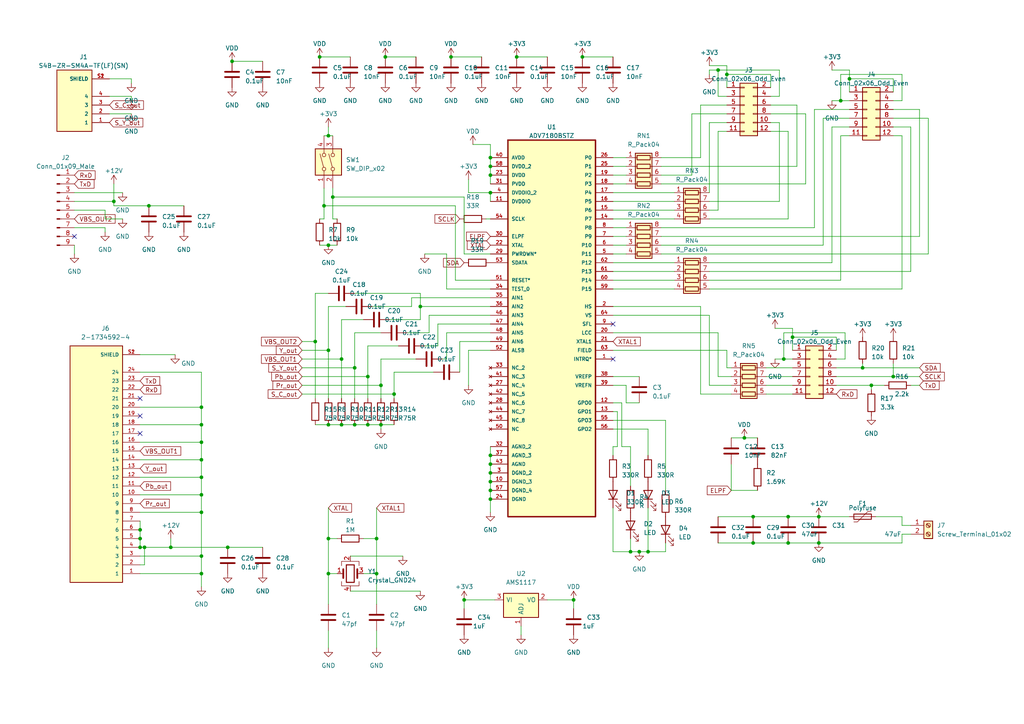
<source format=kicad_sch>
(kicad_sch (version 20210621) (generator eeschema)
  (paper "A4")
  (lib_symbols
    (symbol "2-1734592-4:2-1734592-4" (pin_names (offset 1.016))
      (property "Reference" "J" (at -7.62 34.29 0))
      (property "Value" "2-1734592-4" (at -7.62 -36.83 0))
      (symbol "2-1734592-4_0_0"
        (pin passive line (at -12.7 30.48 0) (length 5.08) (name "1") (number "1"))
        (pin passive line (at -12.7 7.62 0) (length 5.08) (name "10") (number "10"))
        (pin passive line (at -12.7 5.08 0) (length 5.08) (name "11") (number "11"))
        (pin passive line (at -12.7 2.54 0) (length 5.08) (name "12") (number "12"))
        (pin passive line (at -12.7 0 0) (length 5.08) (name "13") (number "13"))
        (pin passive line (at -12.7 -2.54 0) (length 5.08) (name "14") (number "14"))
        (pin passive line (at -12.7 -5.08 0) (length 5.08) (name "15") (number "15"))
        (pin passive line (at -12.7 -7.62 0) (length 5.08) (name "16") (number "16"))
        (pin passive line (at -12.7 -10.16 0) (length 5.08) (name "17") (number "17"))
        (pin passive line (at -12.7 -12.7 0) (length 5.08) (name "18") (number "18"))
        (pin passive line (at -12.7 -15.24 0) (length 5.08) (name "19") (number "19"))
        (pin passive line (at -12.7 27.94 0) (length 5.08) (name "2") (number "2"))
        (pin passive line (at -12.7 -17.78 0) (length 5.08) (name "20") (number "20"))
        (pin passive line (at -12.7 -20.32 0) (length 5.08) (name "21") (number "21"))
        (pin passive line (at -12.7 -22.86 0) (length 5.08) (name "22") (number "22"))
        (pin passive line (at -12.7 -25.4 0) (length 5.08) (name "23") (number "23"))
        (pin passive line (at -12.7 -27.94 0) (length 5.08) (name "24") (number "24"))
        (pin passive line (at -12.7 25.4 0) (length 5.08) (name "3") (number "3"))
        (pin passive line (at -12.7 22.86 0) (length 5.08) (name "4") (number "4"))
        (pin passive line (at -12.7 20.32 0) (length 5.08) (name "5") (number "5"))
        (pin passive line (at -12.7 17.78 0) (length 5.08) (name "6") (number "6"))
        (pin passive line (at -12.7 15.24 0) (length 5.08) (name "7") (number "7"))
        (pin passive line (at -12.7 12.7 0) (length 5.08) (name "8") (number "8"))
        (pin passive line (at -12.7 10.16 0) (length 5.08) (name "9") (number "9"))
        (pin passive line (at -12.7 -33.02 0) (length 5.08) (name "SHIELD") (number "S1"))
        (pin passive line (at -12.7 -33.02 0) (length 5.08) (name "SHIELD") (number "S2"))
      )
    )
    (symbol "ADV7180BSTZ:ADV7180BSTZ" (pin_names (offset 1.016))
      (property "Reference" "U" (at -4.9276 52.6288 0))
      (property "Value" "ADV7180BSTZ" (at -6.2738 -62.3062 0))
      (symbol "ADV7180BSTZ_0_0"
        (pin output line (at 17.78 -12.7 180) (length 5.08) (name "INTRQ*") (number "1"))
        (pin passive line (at -17.78 -48.26 0) (length 5.08) (name "DGND_3") (number "10"))
        (pin power_in line (at -17.78 33.02 0) (length 5.08) (name "DVDDIO") (number "11"))
        (pin output line (at 17.78 -25.4 180) (length 5.08) (name "GPO0") (number "12"))
        (pin output line (at 17.78 -27.94 180) (length 5.08) (name "GPO1") (number "13"))
        (pin output line (at 17.78 27.94 180) (length 5.08) (name "P7") (number "14"))
        (pin output line (at 17.78 30.48 180) (length 5.08) (name "P6") (number "15"))
        (pin output line (at 17.78 33.02 180) (length 5.08) (name "P5") (number "16"))
        (pin output line (at 17.78 35.56 180) (length 5.08) (name "P4") (number "17"))
        (pin output line (at 17.78 38.1 180) (length 5.08) (name "P3") (number "18"))
        (pin output line (at 17.78 40.64 180) (length 5.08) (name "P2") (number "19"))
        (pin output line (at 17.78 2.54 180) (length 5.08) (name "HS") (number "2"))
        (pin output line (at 17.78 -5.08 180) (length 5.08) (name "LCC") (number "20"))
        (pin output line (at 17.78 -7.62 180) (length 5.08) (name "XTAL1") (number "21"))
        (pin input line (at -17.78 20.32 0) (length 5.08) (name "XTAL") (number "22"))
        (pin power_in line (at -17.78 40.64 0) (length 5.08) (name "DVDD") (number "23"))
        (pin passive line (at -17.78 -53.34 0) (length 5.08) (name "DGND") (number "24"))
        (pin output line (at 17.78 43.18 180) (length 5.08) (name "P1") (number "25"))
        (pin output line (at 17.78 45.72 180) (length 5.08) (name "P0") (number "26"))
        (pin no_connect line (at -17.78 -20.32 0) (length 5.08) (name "NC_4") (number "27"))
        (pin no_connect line (at -17.78 -25.4 0) (length 5.08) (name "NC_6") (number "28"))
        (pin input line (at -17.78 17.78 0) (length 5.08) (name "PWRDWN*") (number "29"))
        (pin passive line (at -17.78 -45.72 0) (length 5.08) (name "DGND_2") (number "3"))
        (pin input line (at -17.78 22.86 0) (length 5.08) (name "ELPF") (number "30"))
        (pin power_in line (at -17.78 38.1 0) (length 5.08) (name "PVDD") (number "31"))
        (pin passive line (at -17.78 -38.1 0) (length 5.08) (name "AGND_2") (number "32"))
        (pin no_connect line (at -17.78 -15.24 0) (length 5.08) (name "NC_2") (number "33"))
        (pin input line (at -17.78 7.62 0) (length 5.08) (name "TEST_0") (number "34"))
        (pin input line (at -17.78 5.08 0) (length 5.08) (name "AIN1") (number "35"))
        (pin input line (at -17.78 2.54 0) (length 5.08) (name "AIN2") (number "36"))
        (pin passive line (at -17.78 -40.64 0) (length 5.08) (name "AGND_3") (number "37"))
        (pin output line (at 17.78 -17.78 180) (length 5.08) (name "VREFP") (number "38"))
        (pin output line (at 17.78 -20.32 180) (length 5.08) (name "VREFN") (number "39"))
        (pin power_in line (at -17.78 35.56 0) (length 5.08) (name "DVDDIO_2") (number "4"))
        (pin power_in line (at -17.78 45.72 0) (length 5.08) (name "AVDD") (number "40"))
        (pin no_connect line (at -17.78 -17.78 0) (length 5.08) (name "NC_3") (number "41"))
        (pin no_connect line (at -17.78 -22.86 0) (length 5.08) (name "NC_5") (number "42"))
        (pin passive line (at -17.78 -43.18 0) (length 5.08) (name "AGND") (number "43"))
        (pin no_connect line (at -17.78 -27.94 0) (length 5.08) (name "NC_7") (number "44"))
        (pin no_connect line (at -17.78 -30.48 0) (length 5.08) (name "NC_8") (number "45"))
        (pin input line (at -17.78 0 0) (length 5.08) (name "AIN3") (number "46"))
        (pin input line (at -17.78 -2.54 0) (length 5.08) (name "AIN4") (number "47"))
        (pin input line (at -17.78 -5.08 0) (length 5.08) (name "AIN5") (number "48"))
        (pin input line (at -17.78 -7.62 0) (length 5.08) (name "AIN6") (number "49"))
        (pin output line (at 17.78 17.78 180) (length 5.08) (name "P11") (number "5"))
        (pin no_connect line (at -17.78 -33.02 0) (length 5.08) (name "NC") (number "50"))
        (pin input line (at -17.78 10.16 0) (length 5.08) (name "RESET*") (number "51"))
        (pin input line (at -17.78 -10.16 0) (length 5.08) (name "ALSB") (number "52"))
        (pin bidirectional line (at -17.78 15.24 0) (length 5.08) (name "SDATA") (number "53"))
        (pin input line (at -17.78 27.94 0) (length 5.08) (name "SCLK") (number "54"))
        (pin output line (at 17.78 -30.48 180) (length 5.08) (name "GPO3") (number "55"))
        (pin output line (at 17.78 -33.02 180) (length 5.08) (name "GPO2") (number "56"))
        (pin passive line (at -17.78 -50.8 0) (length 5.08) (name "DGND_4") (number "57"))
        (pin power_in line (at -17.78 43.18 0) (length 5.08) (name "DVDD_2") (number "58"))
        (pin output line (at 17.78 7.62 180) (length 5.08) (name "P15") (number "59"))
        (pin output line (at 17.78 20.32 180) (length 5.08) (name "P10") (number "6"))
        (pin output line (at 17.78 10.16 180) (length 5.08) (name "P14") (number "60"))
        (pin output line (at 17.78 12.7 180) (length 5.08) (name "P13") (number "61"))
        (pin output line (at 17.78 15.24 180) (length 5.08) (name "P12") (number "62"))
        (pin output line (at 17.78 -10.16 180) (length 5.08) (name "FIELD") (number "63"))
        (pin output line (at 17.78 0 180) (length 5.08) (name "VS") (number "64"))
        (pin output line (at 17.78 22.86 180) (length 5.08) (name "P9") (number "7"))
        (pin output line (at 17.78 25.4 180) (length 5.08) (name "P8") (number "8"))
        (pin output line (at 17.78 -2.54 180) (length 5.08) (name "SFL") (number "9"))
      )
    )
    (symbol "Connector:Conn_01x09_Male" (pin_names (offset 1.016) hide)
      (property "Reference" "J" (at 0 12.7 0))
      (property "Value" "Conn_01x09_Male" (at 0 -12.7 0))
      (symbol "Conn_01x09_Male_1_1"
        (pin passive line (at 5.08 10.16 180) (length 3.81) (name "Pin_1") (number "1"))
        (pin passive line (at 5.08 7.62 180) (length 3.81) (name "Pin_2") (number "2"))
        (pin passive line (at 5.08 5.08 180) (length 3.81) (name "Pin_3") (number "3"))
        (pin passive line (at 5.08 2.54 180) (length 3.81) (name "Pin_4") (number "4"))
        (pin passive line (at 5.08 0 180) (length 3.81) (name "Pin_5") (number "5"))
        (pin passive line (at 5.08 -2.54 180) (length 3.81) (name "Pin_6") (number "6"))
        (pin passive line (at 5.08 -5.08 180) (length 3.81) (name "Pin_7") (number "7"))
        (pin passive line (at 5.08 -7.62 180) (length 3.81) (name "Pin_8") (number "8"))
        (pin passive line (at 5.08 -10.16 180) (length 3.81) (name "Pin_9") (number "9"))
      )
    )
    (symbol "Connector:Screw_Terminal_01x02" (pin_names (offset 1.016) hide)
      (property "Reference" "J" (at 0 2.54 0))
      (property "Value" "Screw_Terminal_01x02" (at 0 -5.08 0))
      (symbol "Screw_Terminal_01x02_1_1"
        (pin passive line (at -5.08 0 0) (length 3.81) (name "Pin_1") (number "1"))
        (pin passive line (at -5.08 -2.54 0) (length 3.81) (name "Pin_2") (number "2"))
      )
    )
    (symbol "Connector_Generic:Conn_02x06_Odd_Even" (pin_names (offset 1.016) hide)
      (property "Reference" "J" (at 1.27 7.62 0))
      (property "Value" "Conn_02x06_Odd_Even" (at 1.27 -10.16 0))
      (symbol "Conn_02x06_Odd_Even_1_1"
        (pin passive line (at -5.08 5.08 0) (length 3.81) (name "Pin_1") (number "1"))
        (pin passive line (at 7.62 -5.08 180) (length 3.81) (name "Pin_10") (number "10"))
        (pin passive line (at -5.08 -7.62 0) (length 3.81) (name "Pin_11") (number "11"))
        (pin passive line (at 7.62 -7.62 180) (length 3.81) (name "Pin_12") (number "12"))
        (pin passive line (at 7.62 5.08 180) (length 3.81) (name "Pin_2") (number "2"))
        (pin passive line (at -5.08 2.54 0) (length 3.81) (name "Pin_3") (number "3"))
        (pin passive line (at 7.62 2.54 180) (length 3.81) (name "Pin_4") (number "4"))
        (pin passive line (at -5.08 0 0) (length 3.81) (name "Pin_5") (number "5"))
        (pin passive line (at 7.62 0 180) (length 3.81) (name "Pin_6") (number "6"))
        (pin passive line (at -5.08 -2.54 0) (length 3.81) (name "Pin_7") (number "7"))
        (pin passive line (at 7.62 -2.54 180) (length 3.81) (name "Pin_8") (number "8"))
        (pin passive line (at -5.08 -5.08 0) (length 3.81) (name "Pin_9") (number "9"))
      )
    )
    (symbol "Device:C" (pin_numbers hide) (pin_names (offset 0.254))
      (property "Reference" "C" (at 0.635 2.54 0))
      (property "Value" "C" (at 0.635 -2.54 0))
      (symbol "C_1_1"
        (pin passive line (at 0 3.81 270) (length 2.794) (name "~") (number "1"))
        (pin passive line (at 0 -3.81 90) (length 2.794) (name "~") (number "2"))
      )
    )
    (symbol "Device:Crystal_GND24" (pin_names (offset 1.016) hide)
      (property "Reference" "Y" (at 3.175 5.08 0))
      (property "Value" "Crystal_GND24" (at 3.175 3.175 0))
      (symbol "Crystal_GND24_1_1"
        (pin passive line (at -3.81 0 0) (length 1.27) (name "1") (number "1"))
        (pin passive line (at 0 5.08 270) (length 1.27) (name "2") (number "2"))
        (pin passive line (at 3.81 0 180) (length 1.27) (name "3") (number "3"))
        (pin passive line (at 0 -5.08 90) (length 1.27) (name "4") (number "4"))
      )
    )
    (symbol "Device:LED" (pin_numbers hide) (pin_names (offset 1.016) hide)
      (property "Reference" "D" (at 0 2.54 0))
      (property "Value" "LED" (at 0 -2.54 0))
      (symbol "LED_1_1"
        (pin passive line (at -3.81 0 0) (length 2.54) (name "K") (number "1"))
        (pin passive line (at 3.81 0 180) (length 2.54) (name "A") (number "2"))
      )
    )
    (symbol "Device:Polyfuse" (pin_numbers hide) (pin_names (offset 0))
      (property "Reference" "F" (at -2.54 0 90))
      (property "Value" "Polyfuse" (at 2.54 0 90))
      (symbol "Polyfuse_1_1"
        (pin passive line (at 0 3.81 270) (length 1.27) (name "~") (number "1"))
        (pin passive line (at 0 -3.81 90) (length 1.27) (name "~") (number "2"))
      )
    )
    (symbol "Device:R" (pin_numbers hide) (pin_names (offset 0))
      (property "Reference" "R" (at 2.032 0 90))
      (property "Value" "R" (at 0 0 90))
      (symbol "R_1_1"
        (pin passive line (at 0 3.81 270) (length 1.27) (name "~") (number "1"))
        (pin passive line (at 0 -3.81 90) (length 1.27) (name "~") (number "2"))
      )
    )
    (symbol "Device:R_Pack04" (pin_names (offset 0) hide)
      (property "Reference" "RN" (at -7.62 0 90))
      (property "Value" "R_Pack04" (at 5.08 0 90))
      (symbol "R_Pack04_1_1"
        (pin passive line (at -5.08 -5.08 90) (length 2.54) (name "R1.1") (number "1"))
        (pin passive line (at -2.54 -5.08 90) (length 2.54) (name "R2.1") (number "2"))
        (pin passive line (at 0 -5.08 90) (length 2.54) (name "R3.1") (number "3"))
        (pin passive line (at 2.54 -5.08 90) (length 2.54) (name "R4.1") (number "4"))
        (pin passive line (at 2.54 5.08 270) (length 2.54) (name "R4.2") (number "5"))
        (pin passive line (at 0 5.08 270) (length 2.54) (name "R3.2") (number "6"))
        (pin passive line (at -2.54 5.08 270) (length 2.54) (name "R2.2") (number "7"))
        (pin passive line (at -5.08 5.08 270) (length 2.54) (name "R1.2") (number "8"))
      )
    )
    (symbol "Regulator_Linear:AMS1117" (pin_names (offset 0.762))
      (property "Reference" "U" (at -3.81 3.175 0))
      (property "Value" "AMS1117" (at 0 3.175 0))
      (symbol "AMS1117_1_1"
        (pin input line (at 0 -7.62 90) (length 2.54) (name "ADJ") (number "1"))
        (pin power_out line (at 7.62 0 180) (length 2.54) (name "VO") (number "2"))
        (pin power_in line (at -7.62 0 0) (length 2.54) (name "VI") (number "3"))
      )
    )
    (symbol "S4B-ZR-SM4A-TF_LF__SN_:S4B-ZR-SM4A-TF(LF)(SN)" (pin_names (offset 1.016))
      (property "Reference" "J" (at -5.08 10.8204 0))
      (property "Value" "S4B-ZR-SM4A-TF(LF)(SN)" (at -5.08 -10.1854 0))
      (symbol "S4B-ZR-SM4A-TF(LF)(SN)_0_0"
        (pin passive line (at -10.16 7.62 0) (length 5.08) (name "1") (number "1"))
        (pin passive line (at -10.16 5.08 0) (length 5.08) (name "2") (number "2"))
        (pin passive line (at -10.16 2.54 0) (length 5.08) (name "3") (number "3"))
        (pin passive line (at -10.16 0 0) (length 5.08) (name "4") (number "4"))
        (pin passive line (at -10.16 -5.08 0) (length 5.08) (name "SHIELD") (number "S1"))
        (pin passive line (at -10.16 -5.08 0) (length 5.08) (name "SHIELD") (number "S2"))
      )
    )
    (symbol "Switch:SW_DIP_x02" (pin_names (offset 0) hide)
      (property "Reference" "SW" (at 0 6.35 0))
      (property "Value" "SW_DIP_x02" (at 0 -3.81 0))
      (symbol "SW_DIP_x02_1_1"
        (pin passive line (at -7.62 2.54 0) (length 5.08) (name "~") (number "1"))
        (pin passive line (at -7.62 0 0) (length 5.08) (name "~") (number "2"))
        (pin passive line (at 7.62 0 180) (length 5.08) (name "~") (number "3"))
        (pin passive line (at 7.62 2.54 180) (length 5.08) (name "~") (number "4"))
      )
    )
    (symbol "power:+12V" (power) (pin_names (offset 0))
      (property "Value" "+12V" (at 0 3.556 0))
      (symbol "+12V_1_1"
        (pin power_in line (at 0 0 90) (length 0) hide (name "+12V") (number "1"))
      )
    )
    (symbol "power:+3.3V" (power) (pin_names (offset 0))
      (property "Value" "+3.3V" (at 0 3.556 0))
      (symbol "+3.3V_1_1"
        (pin power_in line (at 0 0 90) (length 0) hide (name "+3V3") (number "1"))
      )
    )
    (symbol "power:GND" (power) (pin_names (offset 0))
      (property "Value" "GND" (at 0 -3.81 0))
      (symbol "GND_1_1"
        (pin power_in line (at 0 0 270) (length 0) hide (name "GND") (number "1"))
      )
    )
    (symbol "power:VDD" (power) (pin_names (offset 0))
      (property "Value" "VDD" (at 0 3.81 0))
      (symbol "VDD_1_1"
        (pin power_in line (at 0 0 90) (length 0) hide (name "VDD") (number "1"))
      )
    )
  )
  (junction (at 33.02 58.42) (diameter 0.9144))
  (junction (at 40.64 153.67) (diameter 0.9144))
  (junction (at 40.64 156.21) (diameter 0.9144))
  (junction (at 40.64 158.75) (diameter 0.9144))
  (junction (at 41.91 158.75) (diameter 0.9144))
  (junction (at 43.18 59.69) (diameter 0.9144))
  (junction (at 49.53 158.75) (diameter 0.9144))
  (junction (at 58.42 118.11) (diameter 0.9144))
  (junction (at 58.42 123.19) (diameter 0.9144))
  (junction (at 58.42 128.27) (diameter 0.9144))
  (junction (at 58.42 133.35) (diameter 0.9144))
  (junction (at 58.42 138.43) (diameter 0.9144))
  (junction (at 58.42 143.51) (diameter 0.9144))
  (junction (at 58.42 148.59) (diameter 0.9144))
  (junction (at 58.42 161.29) (diameter 0.9144))
  (junction (at 58.42 166.37) (diameter 0.9144))
  (junction (at 66.04 158.75) (diameter 0.9144))
  (junction (at 67.31 17.78) (diameter 0.9144))
  (junction (at 91.44 99.06) (diameter 0.9144))
  (junction (at 92.71 16.51) (diameter 0.9144))
  (junction (at 93.98 59.69) (diameter 0.9144))
  (junction (at 95.25 39.37) (diameter 0.9144))
  (junction (at 95.25 71.12) (diameter 0.9144))
  (junction (at 95.25 101.6) (diameter 0.9144))
  (junction (at 95.25 123.19) (diameter 0.9144))
  (junction (at 95.25 156.21) (diameter 0.9144))
  (junction (at 95.25 166.37) (diameter 0.9144))
  (junction (at 96.52 57.15) (diameter 0.9144))
  (junction (at 99.06 104.14) (diameter 0.9144))
  (junction (at 99.06 123.19) (diameter 0.9144))
  (junction (at 102.87 106.68) (diameter 0.9144))
  (junction (at 102.87 123.19) (diameter 0.9144))
  (junction (at 106.68 109.22) (diameter 0.9144))
  (junction (at 106.68 123.19) (diameter 0.9144))
  (junction (at 109.22 156.21) (diameter 0.9144))
  (junction (at 109.22 166.37) (diameter 0.9144))
  (junction (at 110.49 111.76) (diameter 0.9144))
  (junction (at 110.49 123.19) (diameter 0.9144))
  (junction (at 111.76 16.51) (diameter 0.9144))
  (junction (at 114.3 114.3) (diameter 0.9144))
  (junction (at 121.92 88.9) (diameter 0.9144))
  (junction (at 130.81 16.51) (diameter 0.9144))
  (junction (at 134.62 173.99) (diameter 0.9144))
  (junction (at 142.24 45.72) (diameter 0.9144))
  (junction (at 142.24 48.26) (diameter 0.9144))
  (junction (at 142.24 50.8) (diameter 0.9144))
  (junction (at 142.24 55.88) (diameter 0.9144))
  (junction (at 142.24 132.08) (diameter 0.9144))
  (junction (at 142.24 134.62) (diameter 0.9144))
  (junction (at 142.24 137.16) (diameter 0.9144))
  (junction (at 142.24 139.7) (diameter 0.9144))
  (junction (at 142.24 142.24) (diameter 0.9144))
  (junction (at 142.24 144.78) (diameter 0.9144))
  (junction (at 149.86 16.51) (diameter 0.9144))
  (junction (at 166.37 173.99) (diameter 0.9144))
  (junction (at 168.91 16.51) (diameter 0.9144))
  (junction (at 182.88 160.02) (diameter 0.9144))
  (junction (at 185.42 160.02) (diameter 0.9144))
  (junction (at 187.96 160.02) (diameter 0.9144))
  (junction (at 208.28 20.32) (diameter 0.9144))
  (junction (at 210.82 21.59) (diameter 0.9144))
  (junction (at 215.9 127) (diameter 0.9144))
  (junction (at 218.44 149.86) (diameter 0.9144))
  (junction (at 218.44 157.48) (diameter 0.9144))
  (junction (at 227.33 104.14) (diameter 0.9144))
  (junction (at 228.6 149.86) (diameter 0.9144))
  (junction (at 228.6 157.48) (diameter 0.9144))
  (junction (at 229.87 97.79) (diameter 0.9144))
  (junction (at 237.49 149.86) (diameter 0.9144))
  (junction (at 237.49 157.48) (diameter 0.9144))
  (junction (at 243.84 29.21) (diameter 0.9144))
  (junction (at 246.38 22.86) (diameter 0.9144))
  (junction (at 250.19 106.68) (diameter 0.9144))
  (junction (at 252.73 111.76) (diameter 0.9144))
  (junction (at 259.08 109.22) (diameter 0.9144))
  (no_connect (at 21.59 68.58))
  (no_connect (at 40.64 115.57))
  (no_connect (at 40.64 120.65))
  (no_connect (at 40.64 125.73))
  (no_connect (at 177.8 93.98))
  (no_connect (at 177.8 104.14))
  (wire (pts (xy 21.59 55.88) (xy 35.56 55.88)))
  (wire (pts (xy 21.59 60.96) (xy 30.48 60.96)))
  (wire (pts (xy 21.59 66.04) (xy 30.48 66.04)))
  (wire (pts (xy 21.59 71.12) (xy 21.59 73.66)))
  (wire (pts (xy 30.48 60.96) (xy 30.48 63.5)))
  (wire (pts (xy 30.48 63.5) (xy 35.56 63.5)))
  (wire (pts (xy 30.48 66.04) (xy 30.48 67.31)))
  (wire (pts (xy 31.75 22.86) (xy 38.1 22.86)))
  (wire (pts (xy 31.75 27.94) (xy 38.1 27.94)))
  (wire (pts (xy 31.75 33.02) (xy 38.1 33.02)))
  (wire (pts (xy 33.02 53.34) (xy 33.02 58.42)))
  (wire (pts (xy 33.02 58.42) (xy 21.59 58.42)))
  (wire (pts (xy 33.02 59.69) (xy 33.02 58.42)))
  (wire (pts (xy 38.1 22.86) (xy 38.1 24.13)))
  (wire (pts (xy 38.1 27.94) (xy 38.1 29.21)))
  (wire (pts (xy 40.64 102.87) (xy 50.8 102.87)))
  (wire (pts (xy 40.64 107.95) (xy 58.42 107.95)))
  (wire (pts (xy 40.64 118.11) (xy 58.42 118.11)))
  (wire (pts (xy 40.64 123.19) (xy 58.42 123.19)))
  (wire (pts (xy 40.64 128.27) (xy 58.42 128.27)))
  (wire (pts (xy 40.64 133.35) (xy 58.42 133.35)))
  (wire (pts (xy 40.64 138.43) (xy 58.42 138.43)))
  (wire (pts (xy 40.64 143.51) (xy 58.42 143.51)))
  (wire (pts (xy 40.64 148.59) (xy 58.42 148.59)))
  (wire (pts (xy 40.64 151.13) (xy 40.64 153.67)))
  (wire (pts (xy 40.64 153.67) (xy 40.64 156.21)))
  (wire (pts (xy 40.64 156.21) (xy 40.64 158.75)))
  (wire (pts (xy 40.64 161.29) (xy 58.42 161.29)))
  (wire (pts (xy 40.64 163.83) (xy 41.91 163.83)))
  (wire (pts (xy 40.64 166.37) (xy 58.42 166.37)))
  (wire (pts (xy 41.91 158.75) (xy 40.64 158.75)))
  (wire (pts (xy 41.91 163.83) (xy 41.91 158.75)))
  (wire (pts (xy 43.18 59.69) (xy 33.02 59.69)))
  (wire (pts (xy 43.18 59.69) (xy 53.34 59.69)))
  (wire (pts (xy 49.53 156.21) (xy 49.53 158.75)))
  (wire (pts (xy 49.53 158.75) (xy 41.91 158.75)))
  (wire (pts (xy 49.53 158.75) (xy 66.04 158.75)))
  (wire (pts (xy 58.42 107.95) (xy 58.42 118.11)))
  (wire (pts (xy 58.42 118.11) (xy 58.42 123.19)))
  (wire (pts (xy 58.42 123.19) (xy 58.42 128.27)))
  (wire (pts (xy 58.42 128.27) (xy 58.42 133.35)))
  (wire (pts (xy 58.42 133.35) (xy 58.42 138.43)))
  (wire (pts (xy 58.42 138.43) (xy 58.42 143.51)))
  (wire (pts (xy 58.42 143.51) (xy 58.42 148.59)))
  (wire (pts (xy 58.42 148.59) (xy 58.42 161.29)))
  (wire (pts (xy 58.42 161.29) (xy 58.42 166.37)))
  (wire (pts (xy 58.42 166.37) (xy 58.42 170.18)))
  (wire (pts (xy 66.04 158.75) (xy 76.2 158.75)))
  (wire (pts (xy 67.31 17.78) (xy 76.2 17.78)))
  (wire (pts (xy 87.63 99.06) (xy 91.44 99.06)))
  (wire (pts (xy 87.63 106.68) (xy 102.87 106.68)))
  (wire (pts (xy 87.63 109.22) (xy 106.68 109.22)))
  (wire (pts (xy 87.63 111.76) (xy 110.49 111.76)))
  (wire (pts (xy 87.63 114.3) (xy 114.3 114.3)))
  (wire (pts (xy 91.44 85.09) (xy 95.25 85.09)))
  (wire (pts (xy 91.44 99.06) (xy 91.44 85.09)))
  (wire (pts (xy 91.44 99.06) (xy 91.44 115.57)))
  (wire (pts (xy 91.44 123.19) (xy 95.25 123.19)))
  (wire (pts (xy 92.71 16.51) (xy 101.6 16.51)))
  (wire (pts (xy 92.71 71.12) (xy 95.25 71.12)))
  (wire (pts (xy 93.98 39.37) (xy 95.25 39.37)))
  (wire (pts (xy 93.98 54.61) (xy 93.98 59.69)))
  (wire (pts (xy 93.98 59.69) (xy 93.98 63.5)))
  (wire (pts (xy 93.98 59.69) (xy 132.08 59.69)))
  (wire (pts (xy 93.98 63.5) (xy 92.71 63.5)))
  (wire (pts (xy 95.25 36.83) (xy 95.25 39.37)))
  (wire (pts (xy 95.25 39.37) (xy 96.52 39.37)))
  (wire (pts (xy 95.25 71.12) (xy 97.79 71.12)))
  (wire (pts (xy 95.25 88.9) (xy 100.33 88.9)))
  (wire (pts (xy 95.25 101.6) (xy 87.63 101.6)))
  (wire (pts (xy 95.25 101.6) (xy 95.25 88.9)))
  (wire (pts (xy 95.25 115.57) (xy 95.25 101.6)))
  (wire (pts (xy 95.25 123.19) (xy 99.06 123.19)))
  (wire (pts (xy 95.25 147.32) (xy 95.25 156.21)))
  (wire (pts (xy 95.25 156.21) (xy 95.25 166.37)))
  (wire (pts (xy 95.25 166.37) (xy 97.79 166.37)))
  (wire (pts (xy 95.25 175.26) (xy 95.25 166.37)))
  (wire (pts (xy 95.25 182.88) (xy 95.25 187.96)))
  (wire (pts (xy 96.52 54.61) (xy 96.52 57.15)))
  (wire (pts (xy 96.52 57.15) (xy 96.52 63.5)))
  (wire (pts (xy 96.52 57.15) (xy 134.62 57.15)))
  (wire (pts (xy 96.52 63.5) (xy 97.79 63.5)))
  (wire (pts (xy 97.79 156.21) (xy 95.25 156.21)))
  (wire (pts (xy 99.06 92.71) (xy 99.06 104.14)))
  (wire (pts (xy 99.06 104.14) (xy 87.63 104.14)))
  (wire (pts (xy 99.06 115.57) (xy 99.06 104.14)))
  (wire (pts (xy 99.06 123.19) (xy 102.87 123.19)))
  (wire (pts (xy 101.6 161.29) (xy 116.84 161.29)))
  (wire (pts (xy 101.6 171.45) (xy 121.92 171.45)))
  (wire (pts (xy 102.87 85.09) (xy 121.92 85.09)))
  (wire (pts (xy 102.87 96.52) (xy 110.49 96.52)))
  (wire (pts (xy 102.87 106.68) (xy 102.87 96.52)))
  (wire (pts (xy 102.87 115.57) (xy 102.87 106.68)))
  (wire (pts (xy 102.87 123.19) (xy 106.68 123.19)))
  (wire (pts (xy 105.41 92.71) (xy 99.06 92.71)))
  (wire (pts (xy 105.41 156.21) (xy 109.22 156.21)))
  (wire (pts (xy 105.41 166.37) (xy 109.22 166.37)))
  (wire (pts (xy 106.68 100.33) (xy 106.68 109.22)))
  (wire (pts (xy 106.68 109.22) (xy 106.68 115.57)))
  (wire (pts (xy 106.68 123.19) (xy 110.49 123.19)))
  (wire (pts (xy 109.22 147.32) (xy 109.22 156.21)))
  (wire (pts (xy 109.22 156.21) (xy 109.22 166.37)))
  (wire (pts (xy 109.22 166.37) (xy 109.22 175.26)))
  (wire (pts (xy 109.22 182.88) (xy 109.22 187.96)))
  (wire (pts (xy 110.49 104.14) (xy 110.49 111.76)))
  (wire (pts (xy 110.49 111.76) (xy 110.49 115.57)))
  (wire (pts (xy 110.49 123.19) (xy 110.49 124.46)))
  (wire (pts (xy 110.49 123.19) (xy 114.3 123.19)))
  (wire (pts (xy 111.76 16.51) (xy 120.65 16.51)))
  (wire (pts (xy 114.3 107.95) (xy 114.3 114.3)))
  (wire (pts (xy 114.3 114.3) (xy 114.3 115.57)))
  (wire (pts (xy 115.57 100.33) (xy 106.68 100.33)))
  (wire (pts (xy 119.38 86.36) (xy 119.38 88.9)))
  (wire (pts (xy 119.38 86.36) (xy 142.24 86.36)))
  (wire (pts (xy 119.38 88.9) (xy 107.95 88.9)))
  (wire (pts (xy 120.65 104.14) (xy 110.49 104.14)))
  (wire (pts (xy 121.92 85.09) (xy 121.92 88.9)))
  (wire (pts (xy 121.92 88.9) (xy 121.92 92.71)))
  (wire (pts (xy 121.92 88.9) (xy 142.24 88.9)))
  (wire (pts (xy 121.92 92.71) (xy 113.03 92.71)))
  (wire (pts (xy 124.46 91.44) (xy 124.46 96.52)))
  (wire (pts (xy 124.46 91.44) (xy 142.24 91.44)))
  (wire (pts (xy 124.46 96.52) (xy 118.11 96.52)))
  (wire (pts (xy 125.73 107.95) (xy 114.3 107.95)))
  (wire (pts (xy 127 93.98) (xy 127 100.33)))
  (wire (pts (xy 127 93.98) (xy 142.24 93.98)))
  (wire (pts (xy 127 100.33) (xy 123.19 100.33)))
  (wire (pts (xy 129.54 73.66) (xy 123.19 73.66)))
  (wire (pts (xy 129.54 83.82) (xy 129.54 73.66)))
  (wire (pts (xy 129.54 96.52) (xy 129.54 104.14)))
  (wire (pts (xy 129.54 96.52) (xy 142.24 96.52)))
  (wire (pts (xy 129.54 104.14) (xy 128.27 104.14)))
  (wire (pts (xy 130.81 16.51) (xy 139.7 16.51)))
  (wire (pts (xy 132.08 59.69) (xy 132.08 81.28)))
  (wire (pts (xy 133.35 99.06) (xy 133.35 107.95)))
  (wire (pts (xy 133.35 99.06) (xy 142.24 99.06)))
  (wire (pts (xy 134.62 73.66) (xy 134.62 57.15)))
  (wire (pts (xy 134.62 173.99) (xy 134.62 176.53)))
  (wire (pts (xy 134.62 173.99) (xy 143.51 173.99)))
  (wire (pts (xy 135.89 52.07) (xy 135.89 55.88)))
  (wire (pts (xy 135.89 101.6) (xy 142.24 101.6)))
  (wire (pts (xy 135.89 111.76) (xy 135.89 101.6)))
  (wire (pts (xy 137.16 41.91) (xy 142.24 41.91)))
  (wire (pts (xy 140.97 63.5) (xy 142.24 63.5)))
  (wire (pts (xy 142.24 41.91) (xy 142.24 45.72)))
  (wire (pts (xy 142.24 45.72) (xy 142.24 48.26)))
  (wire (pts (xy 142.24 48.26) (xy 142.24 50.8)))
  (wire (pts (xy 142.24 50.8) (xy 142.24 53.34)))
  (wire (pts (xy 142.24 55.88) (xy 135.89 55.88)))
  (wire (pts (xy 142.24 55.88) (xy 142.24 58.42)))
  (wire (pts (xy 142.24 73.66) (xy 134.62 73.66)))
  (wire (pts (xy 142.24 81.28) (xy 132.08 81.28)))
  (wire (pts (xy 142.24 83.82) (xy 129.54 83.82)))
  (wire (pts (xy 142.24 129.54) (xy 142.24 132.08)))
  (wire (pts (xy 142.24 132.08) (xy 142.24 134.62)))
  (wire (pts (xy 142.24 134.62) (xy 142.24 137.16)))
  (wire (pts (xy 142.24 137.16) (xy 142.24 139.7)))
  (wire (pts (xy 142.24 139.7) (xy 142.24 142.24)))
  (wire (pts (xy 142.24 142.24) (xy 142.24 144.78)))
  (wire (pts (xy 142.24 144.78) (xy 142.24 148.59)))
  (wire (pts (xy 149.86 16.51) (xy 158.75 16.51)))
  (wire (pts (xy 151.13 181.61) (xy 151.13 184.15)))
  (wire (pts (xy 158.75 173.99) (xy 166.37 173.99)))
  (wire (pts (xy 166.37 173.99) (xy 166.37 176.53)))
  (wire (pts (xy 168.91 16.51) (xy 177.8 16.51)))
  (wire (pts (xy 177.8 45.72) (xy 181.61 45.72)))
  (wire (pts (xy 177.8 48.26) (xy 181.61 48.26)))
  (wire (pts (xy 177.8 50.8) (xy 181.61 50.8)))
  (wire (pts (xy 177.8 53.34) (xy 181.61 53.34)))
  (wire (pts (xy 177.8 55.88) (xy 195.58 55.88)))
  (wire (pts (xy 177.8 58.42) (xy 195.58 58.42)))
  (wire (pts (xy 177.8 60.96) (xy 195.58 60.96)))
  (wire (pts (xy 177.8 63.5) (xy 195.58 63.5)))
  (wire (pts (xy 177.8 66.04) (xy 181.61 66.04)))
  (wire (pts (xy 177.8 68.58) (xy 181.61 68.58)))
  (wire (pts (xy 177.8 71.12) (xy 181.61 71.12)))
  (wire (pts (xy 177.8 73.66) (xy 181.61 73.66)))
  (wire (pts (xy 177.8 76.2) (xy 195.58 76.2)))
  (wire (pts (xy 177.8 78.74) (xy 195.58 78.74)))
  (wire (pts (xy 177.8 81.28) (xy 195.58 81.28)))
  (wire (pts (xy 177.8 83.82) (xy 195.58 83.82)))
  (wire (pts (xy 177.8 88.9) (xy 203.2 88.9)))
  (wire (pts (xy 177.8 91.44) (xy 205.74 91.44)))
  (wire (pts (xy 177.8 109.22) (xy 185.42 109.22)))
  (wire (pts (xy 177.8 111.76) (xy 181.61 111.76)))
  (wire (pts (xy 177.8 116.84) (xy 180.34 116.84)))
  (wire (pts (xy 177.8 119.38) (xy 179.07 119.38)))
  (wire (pts (xy 177.8 121.92) (xy 193.04 121.92)))
  (wire (pts (xy 177.8 124.46) (xy 187.96 124.46)))
  (wire (pts (xy 177.8 129.54) (xy 177.8 132.08)))
  (wire (pts (xy 177.8 147.32) (xy 177.8 160.02)))
  (wire (pts (xy 177.8 160.02) (xy 182.88 160.02)))
  (wire (pts (xy 179.07 119.38) (xy 179.07 129.54)))
  (wire (pts (xy 179.07 129.54) (xy 177.8 129.54)))
  (wire (pts (xy 180.34 116.84) (xy 180.34 129.54)))
  (wire (pts (xy 180.34 129.54) (xy 182.88 129.54)))
  (wire (pts (xy 181.61 116.84) (xy 181.61 111.76)))
  (wire (pts (xy 182.88 129.54) (xy 182.88 140.97)))
  (wire (pts (xy 182.88 156.21) (xy 182.88 160.02)))
  (wire (pts (xy 182.88 160.02) (xy 185.42 160.02)))
  (wire (pts (xy 185.42 116.84) (xy 181.61 116.84)))
  (wire (pts (xy 185.42 160.02) (xy 187.96 160.02)))
  (wire (pts (xy 187.96 124.46) (xy 187.96 132.08)))
  (wire (pts (xy 187.96 147.32) (xy 187.96 160.02)))
  (wire (pts (xy 187.96 160.02) (xy 193.04 160.02)))
  (wire (pts (xy 191.77 45.72) (xy 203.2 45.72)))
  (wire (pts (xy 191.77 48.26) (xy 231.14 48.26)))
  (wire (pts (xy 191.77 50.8) (xy 200.66 50.8)))
  (wire (pts (xy 191.77 53.34) (xy 233.68 53.34)))
  (wire (pts (xy 191.77 66.04) (xy 236.22 66.04)))
  (wire (pts (xy 191.77 68.58) (xy 266.7 68.58)))
  (wire (pts (xy 191.77 71.12) (xy 238.76 71.12)))
  (wire (pts (xy 191.77 73.66) (xy 269.24 73.66)))
  (wire (pts (xy 193.04 121.92) (xy 193.04 142.24)))
  (wire (pts (xy 193.04 157.48) (xy 193.04 160.02)))
  (wire (pts (xy 200.66 33.02) (xy 200.66 50.8)))
  (wire (pts (xy 203.2 30.48) (xy 203.2 45.72)))
  (wire (pts (xy 203.2 30.48) (xy 210.82 30.48)))
  (wire (pts (xy 203.2 88.9) (xy 203.2 114.3)))
  (wire (pts (xy 203.2 114.3) (xy 212.09 114.3)))
  (wire (pts (xy 205.74 19.05) (xy 210.82 19.05)))
  (wire (pts (xy 205.74 20.32) (xy 208.28 20.32)))
  (wire (pts (xy 205.74 21.59) (xy 205.74 20.32)))
  (wire (pts (xy 205.74 35.56) (xy 205.74 55.88)))
  (wire (pts (xy 205.74 35.56) (xy 210.82 35.56)))
  (wire (pts (xy 205.74 60.96) (xy 208.28 60.96)))
  (wire (pts (xy 205.74 63.5) (xy 228.6 63.5)))
  (wire (pts (xy 205.74 76.2) (xy 241.3 76.2)))
  (wire (pts (xy 205.74 78.74) (xy 264.16 78.74)))
  (wire (pts (xy 205.74 81.28) (xy 243.84 81.28)))
  (wire (pts (xy 205.74 83.82) (xy 261.62 83.82)))
  (wire (pts (xy 205.74 91.44) (xy 205.74 111.76)))
  (wire (pts (xy 205.74 111.76) (xy 212.09 111.76)))
  (wire (pts (xy 208.28 20.32) (xy 226.06 20.32)))
  (wire (pts (xy 208.28 27.94) (xy 208.28 20.32)))
  (wire (pts (xy 208.28 38.1) (xy 208.28 60.96)))
  (wire (pts (xy 208.28 96.52) (xy 177.8 96.52)))
  (wire (pts (xy 208.28 96.52) (xy 208.28 109.22)))
  (wire (pts (xy 208.28 109.22) (xy 212.09 109.22)))
  (wire (pts (xy 208.28 149.86) (xy 218.44 149.86)))
  (wire (pts (xy 208.28 157.48) (xy 218.44 157.48)))
  (wire (pts (xy 210.82 19.05) (xy 210.82 21.59)))
  (wire (pts (xy 210.82 21.59) (xy 223.52 21.59)))
  (wire (pts (xy 210.82 25.4) (xy 210.82 21.59)))
  (wire (pts (xy 210.82 27.94) (xy 208.28 27.94)))
  (wire (pts (xy 210.82 33.02) (xy 200.66 33.02)))
  (wire (pts (xy 210.82 38.1) (xy 208.28 38.1)))
  (wire (pts (xy 210.82 101.6) (xy 177.8 101.6)))
  (wire (pts (xy 210.82 101.6) (xy 210.82 106.68)))
  (wire (pts (xy 210.82 106.68) (xy 212.09 106.68)))
  (wire (pts (xy 212.09 127) (xy 215.9 127)))
  (wire (pts (xy 212.09 134.62) (xy 212.09 142.24)))
  (wire (pts (xy 215.9 127) (xy 219.71 127)))
  (wire (pts (xy 218.44 149.86) (xy 228.6 149.86)))
  (wire (pts (xy 218.44 157.48) (xy 228.6 157.48)))
  (wire (pts (xy 219.71 142.24) (xy 212.09 142.24)))
  (wire (pts (xy 222.25 106.68) (xy 229.87 106.68)))
  (wire (pts (xy 222.25 109.22) (xy 229.87 109.22)))
  (wire (pts (xy 222.25 111.76) (xy 229.87 111.76)))
  (wire (pts (xy 222.25 114.3) (xy 229.87 114.3)))
  (wire (pts (xy 223.52 21.59) (xy 223.52 25.4)))
  (wire (pts (xy 223.52 27.94) (xy 226.06 27.94)))
  (wire (pts (xy 223.52 30.48) (xy 231.14 30.48)))
  (wire (pts (xy 223.52 33.02) (xy 233.68 33.02)))
  (wire (pts (xy 223.52 35.56) (xy 226.06 35.56)))
  (wire (pts (xy 223.52 38.1) (xy 228.6 38.1)))
  (wire (pts (xy 224.79 95.25) (xy 229.87 95.25)))
  (wire (pts (xy 224.79 104.14) (xy 227.33 104.14)))
  (wire (pts (xy 226.06 20.32) (xy 226.06 27.94)))
  (wire (pts (xy 226.06 35.56) (xy 226.06 58.42)))
  (wire (pts (xy 226.06 58.42) (xy 205.74 58.42)))
  (wire (pts (xy 227.33 96.52) (xy 245.11 96.52)))
  (wire (pts (xy 227.33 104.14) (xy 227.33 96.52)))
  (wire (pts (xy 228.6 38.1) (xy 228.6 63.5)))
  (wire (pts (xy 228.6 149.86) (xy 237.49 149.86)))
  (wire (pts (xy 228.6 157.48) (xy 237.49 157.48)))
  (wire (pts (xy 229.87 95.25) (xy 229.87 97.79)))
  (wire (pts (xy 229.87 97.79) (xy 242.57 97.79)))
  (wire (pts (xy 229.87 101.6) (xy 229.87 97.79)))
  (wire (pts (xy 229.87 104.14) (xy 227.33 104.14)))
  (wire (pts (xy 231.14 30.48) (xy 231.14 48.26)))
  (wire (pts (xy 233.68 53.34) (xy 233.68 33.02)))
  (wire (pts (xy 236.22 31.75) (xy 236.22 66.04)))
  (wire (pts (xy 236.22 31.75) (xy 246.38 31.75)))
  (wire (pts (xy 237.49 149.86) (xy 246.38 149.86)))
  (wire (pts (xy 237.49 157.48) (xy 261.62 157.48)))
  (wire (pts (xy 238.76 34.29) (xy 246.38 34.29)))
  (wire (pts (xy 238.76 71.12) (xy 238.76 34.29)))
  (wire (pts (xy 241.3 20.32) (xy 246.38 20.32)))
  (wire (pts (xy 241.3 29.21) (xy 243.84 29.21)))
  (wire (pts (xy 241.3 36.83) (xy 241.3 76.2)))
  (wire (pts (xy 241.3 36.83) (xy 246.38 36.83)))
  (wire (pts (xy 242.57 97.79) (xy 242.57 101.6)))
  (wire (pts (xy 242.57 104.14) (xy 245.11 104.14)))
  (wire (pts (xy 242.57 106.68) (xy 250.19 106.68)))
  (wire (pts (xy 242.57 109.22) (xy 259.08 109.22)))
  (wire (pts (xy 242.57 111.76) (xy 252.73 111.76)))
  (wire (pts (xy 243.84 21.59) (xy 261.62 21.59)))
  (wire (pts (xy 243.84 29.21) (xy 243.84 21.59)))
  (wire (pts (xy 243.84 39.37) (xy 246.38 39.37)))
  (wire (pts (xy 243.84 81.28) (xy 243.84 39.37)))
  (wire (pts (xy 245.11 96.52) (xy 245.11 104.14)))
  (wire (pts (xy 246.38 20.32) (xy 246.38 22.86)))
  (wire (pts (xy 246.38 22.86) (xy 259.08 22.86)))
  (wire (pts (xy 246.38 26.67) (xy 246.38 22.86)))
  (wire (pts (xy 246.38 29.21) (xy 243.84 29.21)))
  (wire (pts (xy 250.19 105.41) (xy 250.19 106.68)))
  (wire (pts (xy 250.19 106.68) (xy 266.7 106.68)))
  (wire (pts (xy 252.73 111.76) (xy 252.73 113.03)))
  (wire (pts (xy 252.73 111.76) (xy 256.54 111.76)))
  (wire (pts (xy 254 149.86) (xy 261.62 149.86)))
  (wire (pts (xy 259.08 22.86) (xy 259.08 26.67)))
  (wire (pts (xy 259.08 29.21) (xy 261.62 29.21)))
  (wire (pts (xy 259.08 31.75) (xy 266.7 31.75)))
  (wire (pts (xy 259.08 34.29) (xy 269.24 34.29)))
  (wire (pts (xy 259.08 36.83) (xy 264.16 36.83)))
  (wire (pts (xy 259.08 39.37) (xy 261.62 39.37)))
  (wire (pts (xy 259.08 105.41) (xy 259.08 109.22)))
  (wire (pts (xy 259.08 109.22) (xy 266.7 109.22)))
  (wire (pts (xy 261.62 21.59) (xy 261.62 29.21)))
  (wire (pts (xy 261.62 83.82) (xy 261.62 39.37)))
  (wire (pts (xy 261.62 149.86) (xy 261.62 152.4)))
  (wire (pts (xy 261.62 152.4) (xy 264.16 152.4)))
  (wire (pts (xy 261.62 154.94) (xy 261.62 157.48)))
  (wire (pts (xy 264.16 36.83) (xy 264.16 78.74)))
  (wire (pts (xy 264.16 111.76) (xy 266.7 111.76)))
  (wire (pts (xy 264.16 154.94) (xy 261.62 154.94)))
  (wire (pts (xy 266.7 31.75) (xy 266.7 68.58)))
  (wire (pts (xy 269.24 73.66) (xy 269.24 34.29)))
  (global_label "RxD" (shape input) (at 21.59 50.8 0) (property "Intersheet References" "${INTERSHEET_REFS}" (effects hide)))
  (global_label "TxD" (shape input) (at 21.59 53.34 0) (property "Intersheet References" "${INTERSHEET_REFS}" (effects hide)))
  (global_label "VBS_OUT2" (shape input) (at 21.59 63.5 0) (property "Intersheet References" "${INTERSHEET_REFS}" (effects hide)))
  (global_label "S_C_out" (shape input) (at 31.75 30.48 0) (property "Intersheet References" "${INTERSHEET_REFS}" (effects hide)))
  (global_label "S_Y_out" (shape input) (at 31.75 35.56 0) (property "Intersheet References" "${INTERSHEET_REFS}" (effects hide)))
  (global_label "TxD" (shape input) (at 40.64 110.49 0) (property "Intersheet References" "${INTERSHEET_REFS}" (effects hide)))
  (global_label "RxD" (shape input) (at 40.64 113.03 0) (property "Intersheet References" "${INTERSHEET_REFS}" (effects hide)))
  (global_label "VBS_OUT1" (shape input) (at 40.64 130.81 0) (property "Intersheet References" "${INTERSHEET_REFS}" (effects hide)))
  (global_label "Y_out" (shape input) (at 40.64 135.89 0) (property "Intersheet References" "${INTERSHEET_REFS}" (effects hide)))
  (global_label "Pb_out" (shape input) (at 40.64 140.97 0) (property "Intersheet References" "${INTERSHEET_REFS}" (effects hide)))
  (global_label "Pr_out" (shape input) (at 40.64 146.05 0) (property "Intersheet References" "${INTERSHEET_REFS}" (effects hide)))
  (global_label "VBS_OUT2" (shape input) (at 87.63 99.06 180) (property "Intersheet References" "${INTERSHEET_REFS}" (effects hide)))
  (global_label "Y_out" (shape input) (at 87.63 101.6 180) (property "Intersheet References" "${INTERSHEET_REFS}" (effects hide)))
  (global_label "VBS_OUT1" (shape input) (at 87.63 104.14 180) (property "Intersheet References" "${INTERSHEET_REFS}" (effects hide)))
  (global_label "S_Y_out" (shape input) (at 87.63 106.68 180) (property "Intersheet References" "${INTERSHEET_REFS}" (effects hide)))
  (global_label "Pb_out" (shape input) (at 87.63 109.22 180) (property "Intersheet References" "${INTERSHEET_REFS}" (effects hide)))
  (global_label "Pr_out" (shape input) (at 87.63 111.76 180) (property "Intersheet References" "${INTERSHEET_REFS}" (effects hide)))
  (global_label "S_C_out" (shape input) (at 87.63 114.3 180) (property "Intersheet References" "${INTERSHEET_REFS}" (effects hide)))
  (global_label "XTAL" (shape input) (at 95.25 147.32 0) (property "Intersheet References" "${INTERSHEET_REFS}" (effects hide)))
  (global_label "XTAL1" (shape input) (at 109.22 147.32 0) (property "Intersheet References" "${INTERSHEET_REFS}" (effects hide)))
  (global_label "SCLK" (shape input) (at 133.35 63.5 180) (property "Intersheet References" "${INTERSHEET_REFS}" (effects hide)))
  (global_label "SDA" (shape input) (at 134.62 76.2 180) (property "Intersheet References" "${INTERSHEET_REFS}" (effects hide)))
  (global_label "ELPF" (shape input) (at 142.24 68.58 180) (property "Intersheet References" "${INTERSHEET_REFS}" (effects hide)))
  (global_label "XTAL" (shape input) (at 142.24 71.12 180) (property "Intersheet References" "${INTERSHEET_REFS}" (effects hide)))
  (global_label "XTAL1" (shape input) (at 177.8 99.06 0) (property "Intersheet References" "${INTERSHEET_REFS}" (effects hide)))
  (global_label "ELPF" (shape input) (at 212.09 142.24 180) (property "Intersheet References" "${INTERSHEET_REFS}" (effects hide)))
  (global_label "RxD" (shape input) (at 242.57 114.3 0) (property "Intersheet References" "${INTERSHEET_REFS}" (effects hide)))
  (global_label "SDA" (shape input) (at 266.7 106.68 0) (property "Intersheet References" "${INTERSHEET_REFS}" (effects hide)))
  (global_label "SCLK" (shape input) (at 266.7 109.22 0) (property "Intersheet References" "${INTERSHEET_REFS}" (effects hide)))
  (global_label "TxD" (shape input) (at 266.7 111.76 0) (property "Intersheet References" "${INTERSHEET_REFS}" (effects hide)))
  (symbol (lib_id "power:+12V") (at 33.02 53.34 0) (unit 1)
    (property "Reference" "#PWR0116" (effects hide))
    (property "Value" "+12V" (at 33.02 49.53 0))
  )
  (symbol (lib_id "power:+12V") (at 49.53 156.21 0) (unit 1)
    (property "Reference" "#PWR0118" (effects hide))
    (property "Value" "+12V" (at 49.53 152.4 0))
  )
  (symbol (lib_id "power:VDD") (at 67.31 17.78 0) (unit 1)
    (property "Reference" "#PWR0127" (effects hide))
    (property "Value" "VDD" (at 67.31 13.97 0))
  )
  (symbol (lib_id "power:VDD") (at 92.71 16.51 0) (unit 1)
    (property "Reference" "#PWR0139" (effects hide))
    (property "Value" "VDD" (at 92.71 12.7 0))
  )
  (symbol (lib_id "power:+3.3V") (at 95.25 36.83 0) (unit 1)
    (property "Reference" "#PWR0149" (effects hide))
    (property "Value" "+3.3V" (at 95.25 33.02 0))
  )
  (symbol (lib_id "power:VDD") (at 111.76 16.51 0) (unit 1)
    (property "Reference" "#PWR0137" (effects hide))
    (property "Value" "VDD" (at 111.76 12.7 0))
  )
  (symbol (lib_id "power:VDD") (at 130.81 16.51 0) (unit 1)
    (property "Reference" "#PWR0130" (effects hide))
    (property "Value" "VDD" (at 130.81 12.7 0))
  )
  (symbol (lib_id "power:+3.3V") (at 134.62 173.99 0) (unit 1)
    (property "Reference" "#PWR0157" (effects hide))
    (property "Value" "+3.3V" (at 134.62 170.18 0))
  )
  (symbol (lib_id "power:+3.3V") (at 135.89 52.07 0) (unit 1)
    (property "Reference" "#PWR0123" (effects hide))
    (property "Value" "+3.3V" (at 135.89 48.26 0))
  )
  (symbol (lib_id "power:VDD") (at 137.16 41.91 0) (unit 1)
    (property "Reference" "#PWR0134" (effects hide))
    (property "Value" "VDD" (at 137.16 38.1 0))
  )
  (symbol (lib_id "power:+3.3V") (at 149.86 16.51 0) (unit 1)
    (property "Reference" "#PWR0142" (effects hide))
    (property "Value" "+3.3V" (at 149.86 12.7 0))
  )
  (symbol (lib_id "power:VDD") (at 166.37 173.99 0) (unit 1)
    (property "Reference" "#PWR0159" (effects hide))
    (property "Value" "VDD" (at 166.37 170.18 0))
  )
  (symbol (lib_id "power:+3.3V") (at 168.91 16.51 0) (unit 1)
    (property "Reference" "#PWR0143" (effects hide))
    (property "Value" "+3.3V" (at 168.91 12.7 0))
  )
  (symbol (lib_id "power:+3.3V") (at 205.74 19.05 0) (unit 1)
    (property "Reference" "#PWR0113" (effects hide))
    (property "Value" "+3.3V" (at 205.74 15.24 0))
  )
  (symbol (lib_id "power:VDD") (at 215.9 127 0) (unit 1)
    (property "Reference" "#PWR0110" (effects hide))
    (property "Value" "VDD" (at 215.9 123.19 0))
  )
  (symbol (lib_id "power:+3.3V") (at 224.79 95.25 0) (unit 1)
    (property "Reference" "#PWR0122" (effects hide))
    (property "Value" "+3.3V" (at 224.79 91.44 0))
  )
  (symbol (lib_id "power:+12V") (at 237.49 149.86 0) (unit 1)
    (property "Reference" "#PWR0147" (effects hide))
    (property "Value" "+12V" (at 237.49 146.05 0))
  )
  (symbol (lib_id "power:+3.3V") (at 241.3 20.32 0) (unit 1)
    (property "Reference" "#PWR0121" (effects hide))
    (property "Value" "+3.3V" (at 241.3 16.51 0))
  )
  (symbol (lib_id "power:+3.3V") (at 250.19 97.79 0) (unit 1)
    (property "Reference" "#PWR0161" (effects hide))
    (property "Value" "+3.3V" (at 250.19 93.98 0))
  )
  (symbol (lib_id "power:+3.3V") (at 259.08 97.79 0) (unit 1)
    (property "Reference" "#PWR0162" (effects hide))
    (property "Value" "+3.3V" (at 259.08 93.98 0))
  )
  (symbol (lib_id "power:GND") (at 21.59 73.66 0) (unit 1)
    (property "Reference" "#PWR0103" (effects hide))
    (property "Value" "GND" (at 21.59 78.74 0))
  )
  (symbol (lib_id "power:GND") (at 30.48 67.31 0) (unit 1)
    (property "Reference" "#PWR0102" (effects hide))
    (property "Value" "GND" (at 30.48 72.39 0))
  )
  (symbol (lib_id "power:GND") (at 35.56 55.88 0) (unit 1)
    (property "Reference" "#PWR0101" (effects hide))
    (property "Value" "GND" (at 35.56 60.96 0))
  )
  (symbol (lib_id "power:GND") (at 35.56 63.5 0) (unit 1)
    (property "Reference" "#PWR0105" (effects hide))
    (property "Value" "GND" (at 35.56 68.58 0))
  )
  (symbol (lib_id "power:GND") (at 38.1 24.13 0) (unit 1)
    (property "Reference" "#PWR0141" (effects hide))
    (property "Value" "GND" (at 38.1 29.21 0))
  )
  (symbol (lib_id "power:GND") (at 38.1 29.21 0) (unit 1)
    (property "Reference" "#PWR0107" (effects hide))
    (property "Value" "GND" (at 38.1 34.29 0))
  )
  (symbol (lib_id "power:GND") (at 38.1 33.02 0) (unit 1)
    (property "Reference" "#PWR0104" (effects hide))
    (property "Value" "GND" (at 38.1 38.1 0))
  )
  (symbol (lib_id "power:GND") (at 43.18 67.31 0) (unit 1)
    (property "Reference" "#PWR0153" (effects hide))
    (property "Value" "GND" (at 43.18 72.39 0))
  )
  (symbol (lib_id "power:GND") (at 50.8 102.87 0) (unit 1)
    (property "Reference" "#PWR0160" (effects hide))
    (property "Value" "GND" (at 54.61 105.41 0))
  )
  (symbol (lib_id "power:GND") (at 53.34 67.31 0) (unit 1)
    (property "Reference" "#PWR0154" (effects hide))
    (property "Value" "GND" (at 53.34 72.39 0))
  )
  (symbol (lib_id "power:GND") (at 58.42 170.18 0) (unit 1)
    (property "Reference" "#PWR0119" (effects hide))
    (property "Value" "GND" (at 58.42 175.26 0))
  )
  (symbol (lib_id "power:GND") (at 66.04 166.37 0) (unit 1)
    (property "Reference" "#PWR0151" (effects hide))
    (property "Value" "GND" (at 66.04 171.45 0))
  )
  (symbol (lib_id "power:GND") (at 67.31 25.4 0) (unit 1)
    (property "Reference" "#PWR0125" (effects hide))
    (property "Value" "GND" (at 67.31 30.48 0))
  )
  (symbol (lib_id "power:GND") (at 76.2 25.4 0) (unit 1)
    (property "Reference" "#PWR0126" (effects hide))
    (property "Value" "GND" (at 76.2 30.48 0))
  )
  (symbol (lib_id "power:GND") (at 76.2 166.37 0) (unit 1)
    (property "Reference" "#PWR0152" (effects hide))
    (property "Value" "GND" (at 76.2 171.45 0))
  )
  (symbol (lib_id "power:GND") (at 92.71 24.13 0) (unit 1)
    (property "Reference" "#PWR0135" (effects hide))
    (property "Value" "GND" (at 92.71 29.21 0))
  )
  (symbol (lib_id "power:GND") (at 95.25 71.12 0) (unit 1)
    (property "Reference" "#PWR0148" (effects hide))
    (property "Value" "GND" (at 95.25 76.2 0))
  )
  (symbol (lib_id "power:GND") (at 95.25 187.96 0) (unit 1)
    (property "Reference" "#PWR0106" (effects hide))
    (property "Value" "GND" (at 95.25 193.04 0))
  )
  (symbol (lib_id "power:GND") (at 101.6 24.13 0) (unit 1)
    (property "Reference" "#PWR0140" (effects hide))
    (property "Value" "GND" (at 101.6 29.21 0))
  )
  (symbol (lib_id "power:GND") (at 109.22 187.96 0) (unit 1)
    (property "Reference" "#PWR0109" (effects hide))
    (property "Value" "GND" (at 109.22 193.04 0))
  )
  (symbol (lib_id "power:GND") (at 110.49 124.46 0) (unit 1)
    (property "Reference" "#PWR0150" (effects hide))
    (property "Value" "GND" (at 110.49 129.54 0))
  )
  (symbol (lib_id "power:GND") (at 111.76 24.13 0) (unit 1)
    (property "Reference" "#PWR0138" (effects hide))
    (property "Value" "GND" (at 111.76 29.21 0))
  )
  (symbol (lib_id "power:GND") (at 116.84 161.29 0) (unit 1)
    (property "Reference" "#PWR0145" (effects hide))
    (property "Value" "GND" (at 116.84 166.37 0))
  )
  (symbol (lib_id "power:GND") (at 120.65 24.13 0) (unit 1)
    (property "Reference" "#PWR0136" (effects hide))
    (property "Value" "GND" (at 120.65 29.21 0))
  )
  (symbol (lib_id "power:GND") (at 121.92 171.45 0) (unit 1)
    (property "Reference" "#PWR0144" (effects hide))
    (property "Value" "GND" (at 121.92 176.53 0))
  )
  (symbol (lib_id "power:GND") (at 123.19 73.66 0) (unit 1)
    (property "Reference" "#PWR0117" (effects hide))
    (property "Value" "GND" (at 123.19 78.74 0))
  )
  (symbol (lib_id "power:GND") (at 130.81 24.13 0) (unit 1)
    (property "Reference" "#PWR0128" (effects hide))
    (property "Value" "GND" (at 130.81 29.21 0))
  )
  (symbol (lib_id "power:GND") (at 134.62 184.15 0) (unit 1)
    (property "Reference" "#PWR0155" (effects hide))
    (property "Value" "GND" (at 134.62 189.23 0))
  )
  (symbol (lib_id "power:GND") (at 135.89 111.76 0) (unit 1)
    (property "Reference" "#PWR0120" (effects hide))
    (property "Value" "GND" (at 135.89 116.84 0))
  )
  (symbol (lib_id "power:GND") (at 139.7 24.13 0) (unit 1)
    (property "Reference" "#PWR0129" (effects hide))
    (property "Value" "GND" (at 139.7 29.21 0))
  )
  (symbol (lib_id "power:GND") (at 142.24 148.59 0) (unit 1)
    (property "Reference" "#PWR0108" (effects hide))
    (property "Value" "GND" (at 142.24 153.67 0))
  )
  (symbol (lib_id "power:GND") (at 149.86 24.13 0) (unit 1)
    (property "Reference" "#PWR0133" (effects hide))
    (property "Value" "GND" (at 149.86 29.21 0))
  )
  (symbol (lib_id "power:GND") (at 151.13 184.15 0) (unit 1)
    (property "Reference" "#PWR0156" (effects hide))
    (property "Value" "GND" (at 151.13 189.23 0))
  )
  (symbol (lib_id "power:GND") (at 158.75 24.13 0) (unit 1)
    (property "Reference" "#PWR0132" (effects hide))
    (property "Value" "GND" (at 158.75 29.21 0))
  )
  (symbol (lib_id "power:GND") (at 166.37 184.15 0) (unit 1)
    (property "Reference" "#PWR0158" (effects hide))
    (property "Value" "GND" (at 166.37 189.23 0))
  )
  (symbol (lib_id "power:GND") (at 168.91 24.13 0) (unit 1)
    (property "Reference" "#PWR0114" (effects hide))
    (property "Value" "GND" (at 168.91 29.21 0))
  )
  (symbol (lib_id "power:GND") (at 177.8 24.13 0) (unit 1)
    (property "Reference" "#PWR0131" (effects hide))
    (property "Value" "GND" (at 177.8 29.21 0))
  )
  (symbol (lib_id "power:GND") (at 185.42 160.02 0) (unit 1)
    (property "Reference" "#PWR0124" (effects hide))
    (property "Value" "GND" (at 185.42 165.1 0))
  )
  (symbol (lib_id "power:GND") (at 205.74 21.59 0) (unit 1)
    (property "Reference" "#PWR0111" (effects hide))
    (property "Value" "GND" (at 205.74 26.67 0))
  )
  (symbol (lib_id "power:GND") (at 224.79 104.14 0) (unit 1)
    (property "Reference" "#PWR0115" (effects hide))
    (property "Value" "GND" (at 224.79 109.22 0))
  )
  (symbol (lib_id "power:GND") (at 237.49 157.48 0) (unit 1)
    (property "Reference" "#PWR0146" (effects hide))
    (property "Value" "GND" (at 237.49 162.56 0))
  )
  (symbol (lib_id "power:GND") (at 241.3 29.21 0) (unit 1)
    (property "Reference" "#PWR0112" (effects hide))
    (property "Value" "GND" (at 241.3 34.29 0))
  )
  (symbol (lib_id "power:GND") (at 252.73 120.65 0) (unit 1)
    (property "Reference" "#PWR0166" (effects hide))
    (property "Value" "GND" (at 252.73 125.73 0))
  )
  (symbol (lib_id "Device:R") (at 91.44 119.38 0) (unit 1)
    (property "Reference" "R15" (at 93.98 118.7449 0) (effects (justify left)))
    (property "Value" "75R" (at 93.98 121.2849 0) (effects (justify left)))
    (property "Footprint" "Resistor_SMD:R_0805_2012Metric_Pad1.20x1.40mm_HandSolder" (effects hide))
  )
  (symbol (lib_id "Device:R") (at 92.71 67.31 0) (unit 1)
    (property "Reference" "R7" (at 95.25 66.6749 0) (effects (justify left)))
    (property "Value" "10k" (at 95.25 69.2149 0) (effects (justify left)))
    (property "Footprint" "Resistor_SMD:R_0805_2012Metric_Pad1.20x1.40mm_HandSolder" (effects hide))
  )
  (symbol (lib_id "Device:R") (at 95.25 119.38 0) (unit 1)
    (property "Reference" "R8" (at 97.79 118.7449 0) (effects (justify left)))
    (property "Value" "75R" (at 97.79 121.2849 0) (effects (justify left)))
    (property "Footprint" "Resistor_SMD:R_0805_2012Metric_Pad1.20x1.40mm_HandSolder" (effects hide))
  )
  (symbol (lib_id "Device:R") (at 97.79 67.31 0) (unit 1)
    (property "Reference" "R9" (at 100.33 66.6749 0) (effects (justify left)))
    (property "Value" "10k" (at 100.33 69.2149 0) (effects (justify left)))
    (property "Footprint" "Resistor_SMD:R_0805_2012Metric_Pad1.20x1.40mm_HandSolder" (effects hide))
  )
  (symbol (lib_id "Device:R") (at 99.06 119.38 0) (unit 1)
    (property "Reference" "R10" (at 101.6 118.7449 0) (effects (justify left)))
    (property "Value" "75R" (at 101.6 121.2849 0) (effects (justify left)))
    (property "Footprint" "Resistor_SMD:R_0805_2012Metric_Pad1.20x1.40mm_HandSolder" (effects hide))
  )
  (symbol (lib_id "Device:R") (at 101.6 156.21 90) (unit 1)
    (property "Reference" "R1" (at 101.6 151.13 90))
    (property "Value" "1M" (at 101.6 153.67 90))
    (property "Footprint" "Resistor_SMD:R_0805_2012Metric_Pad1.20x1.40mm_HandSolder" (effects hide))
  )
  (symbol (lib_id "Device:R") (at 102.87 119.38 0) (unit 1)
    (property "Reference" "R11" (at 105.41 118.7449 0) (effects (justify left)))
    (property "Value" "75R" (at 105.41 121.2849 0) (effects (justify left)))
    (property "Footprint" "Resistor_SMD:R_0805_2012Metric_Pad1.20x1.40mm_HandSolder" (effects hide))
  )
  (symbol (lib_id "Device:R") (at 106.68 119.38 0) (unit 1)
    (property "Reference" "R12" (at 109.22 118.7449 0) (effects (justify left)))
    (property "Value" "75R" (at 109.22 121.2849 0) (effects (justify left)))
    (property "Footprint" "Resistor_SMD:R_0805_2012Metric_Pad1.20x1.40mm_HandSolder" (effects hide))
  )
  (symbol (lib_id "Device:R") (at 110.49 119.38 0) (unit 1)
    (property "Reference" "R13" (at 113.03 118.7449 0) (effects (justify left)))
    (property "Value" "75R" (at 113.03 121.2849 0) (effects (justify left)))
    (property "Footprint" "Resistor_SMD:R_0805_2012Metric_Pad1.20x1.40mm_HandSolder" (effects hide))
  )
  (symbol (lib_id "Device:R") (at 114.3 119.38 0) (unit 1)
    (property "Reference" "R14" (at 116.84 118.7449 0) (effects (justify left)))
    (property "Value" "75R" (at 116.84 121.2849 0) (effects (justify left)))
    (property "Footprint" "Resistor_SMD:R_0805_2012Metric_Pad1.20x1.40mm_HandSolder" (effects hide))
  )
  (symbol (lib_id "Device:R") (at 137.16 63.5 90) (unit 1)
    (property "Reference" "R18" (at 137.16 57.15 90))
    (property "Value" "33R" (at 137.16 59.69 90))
    (property "Footprint" "Resistor_SMD:R_0603_1608Metric_Pad0.98x0.95mm_HandSolder" (effects hide))
  )
  (symbol (lib_id "Device:R") (at 138.43 76.2 90) (unit 1)
    (property "Reference" "R19" (at 138.43 69.85 90))
    (property "Value" "33R" (at 138.43 72.39 90))
    (property "Footprint" "Resistor_SMD:R_0603_1608Metric_Pad0.98x0.95mm_HandSolder" (effects hide))
  )
  (symbol (lib_id "Device:R") (at 177.8 135.89 0) (unit 1)
    (property "Reference" "R3" (at 180.34 135.2549 0) (effects (justify left)))
    (property "Value" "330R" (at 180.34 137.7949 0) (effects (justify left)))
    (property "Footprint" "Resistor_SMD:R_0805_2012Metric_Pad1.20x1.40mm_HandSolder" (effects hide))
  )
  (symbol (lib_id "Device:R") (at 182.88 144.78 0) (unit 1)
    (property "Reference" "R4" (at 185.42 144.1449 0) (effects (justify left)))
    (property "Value" "R" (at 185.42 146.6849 0) (effects (justify left)))
    (property "Footprint" "Resistor_SMD:R_0805_2012Metric_Pad1.20x1.40mm_HandSolder" (effects hide))
  )
  (symbol (lib_id "Device:R") (at 187.96 135.89 180) (unit 1)
    (property "Reference" "R5" (at 190.5 135.2549 0) (effects (justify right)))
    (property "Value" "330R" (at 190.5 137.7949 0) (effects (justify right)))
    (property "Footprint" "Resistor_SMD:R_0805_2012Metric_Pad1.20x1.40mm_HandSolder" (effects hide))
  )
  (symbol (lib_id "Device:R") (at 193.04 146.05 180) (unit 1)
    (property "Reference" "R6" (at 195.58 145.4149 0) (effects (justify right)))
    (property "Value" "330R" (at 195.58 147.9549 0) (effects (justify right)))
    (property "Footprint" "Resistor_SMD:R_0805_2012Metric_Pad1.20x1.40mm_HandSolder" (effects hide))
  )
  (symbol (lib_id "Device:R") (at 219.71 138.43 180) (unit 1)
    (property "Reference" "R2" (at 222.25 137.1599 0) (effects (justify right)))
    (property "Value" "1.69K" (at 222.25 139.6999 0) (effects (justify right)))
    (property "Footprint" "Resistor_SMD:R_0805_2012Metric_Pad1.20x1.40mm_HandSolder" (effects hide))
  )
  (symbol (lib_id "Device:R") (at 250.19 101.6 0) (unit 1)
    (property "Reference" "R20" (at 252.73 100.9649 0) (effects (justify left)))
    (property "Value" "10k" (at 252.73 103.5049 0) (effects (justify left)))
    (property "Footprint" "Resistor_SMD:R_0805_2012Metric_Pad1.20x1.40mm_HandSolder" (effects hide))
  )
  (symbol (lib_id "Device:R") (at 252.73 116.84 180) (unit 1)
    (property "Reference" "R17" (at 255.27 115.5699 0) (effects (justify right)))
    (property "Value" "3.3k" (at 255.27 118.1099 0) (effects (justify right)))
    (property "Footprint" "Resistor_SMD:R_0805_2012Metric_Pad1.20x1.40mm_HandSolder" (effects hide))
  )
  (symbol (lib_id "Device:R") (at 259.08 101.6 0) (unit 1)
    (property "Reference" "R21" (at 261.62 100.9649 0) (effects (justify left)))
    (property "Value" "10k" (at 261.62 103.5049 0) (effects (justify left)))
    (property "Footprint" "Resistor_SMD:R_0805_2012Metric_Pad1.20x1.40mm_HandSolder" (effects hide))
  )
  (symbol (lib_id "Device:R") (at 260.35 111.76 270) (unit 1)
    (property "Reference" "R16" (at 261.62 109.22 90))
    (property "Value" "2.2k" (at 261.62 114.3 90))
    (property "Footprint" "Resistor_SMD:R_0805_2012Metric_Pad1.20x1.40mm_HandSolder" (effects hide))
  )
  (symbol (lib_id "Device:Polyfuse") (at 250.19 149.86 90) (unit 1)
    (property "Reference" "F1" (at 250.19 146.05 90))
    (property "Value" "Polyfuse" (at 250.19 147.32 90))
    (property "Footprint" "Fuse:Fuse_1812_4532Metric_Pad1.30x3.40mm_HandSolder" (effects hide))
  )
  (symbol (lib_id "Device:LED") (at 177.8 143.51 90) (unit 1)
    (property "Reference" "D1" (at 181.61 143.0654 90) (effects (justify right)))
    (property "Value" "330R" (at 181.61 145.6054 90) (effects (justify right)))
    (property "Footprint" "LED_SMD:LED_0805_2012Metric_Pad1.15x1.40mm_HandSolder" (effects hide))
  )
  (symbol (lib_id "Device:LED") (at 182.88 152.4 90) (unit 1)
    (property "Reference" "D2" (at 186.69 151.9554 90) (effects (justify right)))
    (property "Value" "LED" (at 186.69 154.4954 90) (effects (justify right)))
    (property "Footprint" "LED_SMD:LED_0805_2012Metric_Pad1.15x1.40mm_HandSolder" (effects hide))
  )
  (symbol (lib_id "Device:LED") (at 187.96 143.51 90) (unit 1)
    (property "Reference" "D3" (at 191.77 143.0654 90) (effects (justify right)))
    (property "Value" "LED" (at 191.77 145.6054 90) (effects (justify right)))
    (property "Footprint" "LED_SMD:LED_0805_2012Metric_Pad1.15x1.40mm_HandSolder" (effects hide))
  )
  (symbol (lib_id "Device:LED") (at 193.04 153.67 90) (unit 1)
    (property "Reference" "D4" (at 196.85 153.2254 90) (effects (justify right)))
    (property "Value" "LED" (at 196.85 155.7654 90) (effects (justify right)))
    (property "Footprint" "LED_SMD:LED_0805_2012Metric_Pad1.15x1.40mm_HandSolder" (effects hide))
  )
  (symbol (lib_id "Connector:Screw_Terminal_01x02") (at 269.24 152.4 0) (unit 1)
    (property "Reference" "J7" (at 271.78 152.3999 0) (effects (justify left)))
    (property "Value" "Screw_Terminal_01x02" (at 271.78 154.9399 0) (effects (justify left)))
    (property "Footprint" "TerminalBlock_Phoenix:TerminalBlock_Phoenix_PT-1,5-2-3.5-H_1x02_P3.50mm_Horizontal" (effects hide))
  )
  (symbol (lib_id "Device:C") (at 43.18 63.5 0) (unit 1)
    (property "Reference" "C25" (at 46.99 62.8649 0) (effects (justify left)))
    (property "Value" "0.1uF" (at 46.99 65.4049 0) (effects (justify left)))
    (property "Footprint" "Capacitor_SMD:C_0603_1608Metric_Pad1.08x0.95mm_HandSolder" (effects hide))
  )
  (symbol (lib_id "Device:C") (at 53.34 63.5 0) (unit 1)
    (property "Reference" "C27" (at 57.15 62.8649 0) (effects (justify left)))
    (property "Value" "0.1uF" (at 57.15 65.4049 0) (effects (justify left)))
    (property "Footprint" "Capacitor_SMD:C_0603_1608Metric_Pad1.08x0.95mm_HandSolder" (effects hide))
  )
  (symbol (lib_id "Device:C") (at 66.04 162.56 0) (unit 1)
    (property "Reference" "C26" (at 69.85 161.9249 0) (effects (justify left)))
    (property "Value" "0.1uF" (at 69.85 164.4649 0) (effects (justify left)))
    (property "Footprint" "Capacitor_SMD:C_0603_1608Metric_Pad1.08x0.95mm_HandSolder" (effects hide))
  )
  (symbol (lib_id "Device:C") (at 67.31 21.59 0) (unit 1)
    (property "Reference" "C4" (at 71.12 20.9549 0) (effects (justify left)))
    (property "Value" "0.1uF" (at 71.12 23.4949 0) (effects (justify left)))
    (property "Footprint" "Capacitor_SMD:C_0603_1608Metric_Pad1.08x0.95mm_HandSolder" (effects hide))
  )
  (symbol (lib_id "Device:C") (at 76.2 21.59 0) (unit 1)
    (property "Reference" "C7" (at 80.01 20.9549 0) (effects (justify left)))
    (property "Value" "10nF" (at 80.01 23.4949 0) (effects (justify left)))
    (property "Footprint" "Capacitor_SMD:C_0603_1608Metric_Pad1.08x0.95mm_HandSolder" (effects hide))
  )
  (symbol (lib_id "Device:C") (at 76.2 162.56 0) (unit 1)
    (property "Reference" "C28" (at 80.01 161.9249 0) (effects (justify left)))
    (property "Value" "0.1uF" (at 80.01 164.4649 0) (effects (justify left)))
    (property "Footprint" "Capacitor_SMD:C_0603_1608Metric_Pad1.08x0.95mm_HandSolder" (effects hide))
  )
  (symbol (lib_id "Device:C") (at 92.71 20.32 0) (unit 1)
    (property "Reference" "C5" (at 96.52 19.6849 0) (effects (justify left)))
    (property "Value" "0.1uF" (at 96.52 22.2249 0) (effects (justify left)))
    (property "Footprint" "Capacitor_SMD:C_0603_1608Metric_Pad1.08x0.95mm_HandSolder" (effects hide))
  )
  (symbol (lib_id "Device:C") (at 95.25 179.07 0) (unit 1)
    (property "Reference" "C1" (at 99.06 178.4349 0) (effects (justify left)))
    (property "Value" "47pf" (at 99.06 180.9749 0) (effects (justify left)))
    (property "Footprint" "Capacitor_SMD:C_0603_1608Metric_Pad1.08x0.95mm_HandSolder" (effects hide))
  )
  (symbol (lib_id "Device:C") (at 99.06 85.09 90) (unit 1)
    (property "Reference" "C24" (at 99.06 78.74 90))
    (property "Value" "0.1uF" (at 99.06 81.28 90))
    (property "Footprint" "Capacitor_SMD:C_0603_1608Metric_Pad1.08x0.95mm_HandSolder" (effects hide))
  )
  (symbol (lib_id "Device:C") (at 101.6 20.32 0) (unit 1)
    (property "Reference" "C8" (at 105.41 19.6849 0) (effects (justify left)))
    (property "Value" "10nF" (at 105.41 22.2249 0) (effects (justify left)))
    (property "Footprint" "Capacitor_SMD:C_0603_1608Metric_Pad1.08x0.95mm_HandSolder" (effects hide))
  )
  (symbol (lib_id "Device:C") (at 104.14 88.9 90) (unit 1)
    (property "Reference" "C18" (at 104.14 82.55 90))
    (property "Value" "0.1uF" (at 104.14 85.09 90))
    (property "Footprint" "Capacitor_SMD:C_0603_1608Metric_Pad1.08x0.95mm_HandSolder" (effects hide))
  )
  (symbol (lib_id "Device:C") (at 109.22 92.71 90) (unit 1)
    (property "Reference" "C19" (at 109.22 86.36 90))
    (property "Value" "0.1uF" (at 109.22 88.9 90))
    (property "Footprint" "Capacitor_SMD:C_0603_1608Metric_Pad1.08x0.95mm_HandSolder" (effects hide))
  )
  (symbol (lib_id "Device:C") (at 109.22 179.07 0) (unit 1)
    (property "Reference" "C2" (at 113.03 178.4349 0) (effects (justify left)))
    (property "Value" "47pf" (at 113.03 180.9749 0) (effects (justify left)))
    (property "Footprint" "Capacitor_SMD:C_0603_1608Metric_Pad1.08x0.95mm_HandSolder" (effects hide))
  )
  (symbol (lib_id "Device:C") (at 111.76 20.32 0) (unit 1)
    (property "Reference" "C6" (at 115.57 19.6849 0) (effects (justify left)))
    (property "Value" "0.1uF" (at 115.57 22.2249 0) (effects (justify left)))
    (property "Footprint" "Capacitor_SMD:C_0603_1608Metric_Pad1.08x0.95mm_HandSolder" (effects hide))
  )
  (symbol (lib_id "Device:C") (at 114.3 96.52 90) (unit 1)
    (property "Reference" "C20" (at 114.3 90.17 90))
    (property "Value" "0.1uF" (at 114.3 92.71 90))
    (property "Footprint" "Capacitor_SMD:C_0603_1608Metric_Pad1.08x0.95mm_HandSolder" (effects hide))
  )
  (symbol (lib_id "Device:C") (at 119.38 100.33 90) (unit 1)
    (property "Reference" "C21" (at 119.38 93.98 90))
    (property "Value" "0.1uF" (at 119.38 96.52 90))
    (property "Footprint" "Capacitor_SMD:C_0603_1608Metric_Pad1.08x0.95mm_HandSolder" (effects hide))
  )
  (symbol (lib_id "Device:C") (at 120.65 20.32 0) (unit 1)
    (property "Reference" "C9" (at 124.46 19.6849 0) (effects (justify left)))
    (property "Value" "10nF" (at 124.46 22.2249 0) (effects (justify left)))
    (property "Footprint" "Capacitor_SMD:C_0603_1608Metric_Pad1.08x0.95mm_HandSolder" (effects hide))
  )
  (symbol (lib_id "Device:C") (at 124.46 104.14 90) (unit 1)
    (property "Reference" "C22" (at 124.46 97.79 90))
    (property "Value" "0.1uF" (at 124.46 100.33 90))
    (property "Footprint" "Capacitor_SMD:C_0603_1608Metric_Pad1.08x0.95mm_HandSolder" (effects hide))
  )
  (symbol (lib_id "Device:C") (at 129.54 107.95 90) (unit 1)
    (property "Reference" "C23" (at 129.54 101.6 90))
    (property "Value" "0.1uF" (at 129.54 104.14 90))
    (property "Footprint" "Capacitor_SMD:C_0603_1608Metric_Pad1.08x0.95mm_HandSolder" (effects hide))
  )
  (symbol (lib_id "Device:C") (at 130.81 20.32 0) (unit 1)
    (property "Reference" "C10" (at 134.62 19.6849 0) (effects (justify left)))
    (property "Value" "0.1uF" (at 134.62 22.2249 0) (effects (justify left)))
    (property "Footprint" "Capacitor_SMD:C_0603_1608Metric_Pad1.08x0.95mm_HandSolder" (effects hide))
  )
  (symbol (lib_id "Device:C") (at 134.62 180.34 0) (unit 1)
    (property "Reference" "C34" (at 138.43 179.0699 0) (effects (justify left)))
    (property "Value" "1uF" (at 137.16 181.6099 0) (effects (justify left)))
    (property "Footprint" "Capacitor_SMD:C_0805_2012Metric_Pad1.18x1.45mm_HandSolder" (effects hide))
  )
  (symbol (lib_id "Device:C") (at 139.7 20.32 0) (unit 1)
    (property "Reference" "C11" (at 143.51 19.6849 0) (effects (justify left)))
    (property "Value" "10nF" (at 143.51 22.2249 0) (effects (justify left)))
    (property "Footprint" "Capacitor_SMD:C_0603_1608Metric_Pad1.08x0.95mm_HandSolder" (effects hide))
  )
  (symbol (lib_id "Device:C") (at 149.86 20.32 0) (unit 1)
    (property "Reference" "C14" (at 153.67 19.6849 0) (effects (justify left)))
    (property "Value" "0.1uF" (at 153.67 22.2249 0) (effects (justify left)))
    (property "Footprint" "Capacitor_SMD:C_0603_1608Metric_Pad1.08x0.95mm_HandSolder" (effects hide))
  )
  (symbol (lib_id "Device:C") (at 158.75 20.32 0) (unit 1)
    (property "Reference" "C15" (at 162.56 19.6849 0) (effects (justify left)))
    (property "Value" "10nF" (at 162.56 22.2249 0) (effects (justify left)))
    (property "Footprint" "Capacitor_SMD:C_0603_1608Metric_Pad1.08x0.95mm_HandSolder" (effects hide))
  )
  (symbol (lib_id "Device:C") (at 166.37 180.34 0) (unit 1)
    (property "Reference" "C33" (at 170.18 179.0699 0) (effects (justify left)))
    (property "Value" "1uF" (at 168.91 181.6099 0) (effects (justify left)))
    (property "Footprint" "Capacitor_SMD:C_0805_2012Metric_Pad1.18x1.45mm_HandSolder" (effects hide))
  )
  (symbol (lib_id "Device:C") (at 168.91 20.32 0) (unit 1)
    (property "Reference" "C16" (at 172.72 19.6849 0) (effects (justify left)))
    (property "Value" "0.1uF" (at 172.72 22.2249 0) (effects (justify left)))
    (property "Footprint" "Capacitor_SMD:C_0603_1608Metric_Pad1.08x0.95mm_HandSolder" (effects hide))
  )
  (symbol (lib_id "Device:C") (at 177.8 20.32 0) (unit 1)
    (property "Reference" "C17" (at 181.61 19.6849 0) (effects (justify left)))
    (property "Value" "10nF" (at 181.61 22.2249 0) (effects (justify left)))
    (property "Footprint" "Capacitor_SMD:C_0603_1608Metric_Pad1.08x0.95mm_HandSolder" (effects hide))
  )
  (symbol (lib_id "Device:C") (at 185.42 113.03 0) (unit 1)
    (property "Reference" "C3" (at 189.23 112.3949 0) (effects (justify left)))
    (property "Value" "0.1uF" (at 189.23 114.9349 0) (effects (justify left)))
    (property "Footprint" "Capacitor_SMD:C_0603_1608Metric_Pad1.08x0.95mm_HandSolder" (effects hide))
  )
  (symbol (lib_id "Device:C") (at 208.28 153.67 0) (unit 1)
    (property "Reference" "C32" (at 212.09 153.0349 0) (effects (justify left)))
    (property "Value" "0.1uF" (at 212.09 155.5749 0) (effects (justify left)))
    (property "Footprint" "Capacitor_SMD:C_0603_1608Metric_Pad1.08x0.95mm_HandSolder" (effects hide))
  )
  (symbol (lib_id "Device:C") (at 212.09 130.81 180) (unit 1)
    (property "Reference" "C12" (at 215.9 129.5399 0) (effects (justify right)))
    (property "Value" "10nF" (at 215.9 132.0799 0) (effects (justify right)))
    (property "Footprint" "Capacitor_SMD:C_0603_1608Metric_Pad1.08x0.95mm_HandSolder" (effects hide))
  )
  (symbol (lib_id "Device:C") (at 218.44 153.67 0) (unit 1)
    (property "Reference" "C29" (at 222.25 153.0349 0) (effects (justify left)))
    (property "Value" "0.1uF" (at 222.25 155.5749 0) (effects (justify left)))
    (property "Footprint" "Capacitor_SMD:C_0603_1608Metric_Pad1.08x0.95mm_HandSolder" (effects hide))
  )
  (symbol (lib_id "Device:C") (at 219.71 130.81 180) (unit 1)
    (property "Reference" "C13" (at 223.52 129.5399 0) (effects (justify right)))
    (property "Value" "82nF" (at 223.52 132.0799 0) (effects (justify right)))
    (property "Footprint" "Capacitor_SMD:C_0603_1608Metric_Pad1.08x0.95mm_HandSolder" (effects hide))
  )
  (symbol (lib_id "Device:C") (at 228.6 153.67 0) (unit 1)
    (property "Reference" "C30" (at 232.41 152.3999 0) (effects (justify left)))
    (property "Value" "47uF" (at 232.41 154.9399 0) (effects (justify left)))
    (property "Footprint" "Capacitor_SMD:C_Elec_5x5.4" (effects hide))
  )
  (symbol (lib_id "Device:C") (at 237.49 153.67 0) (unit 1)
    (property "Reference" "C31" (at 241.3 152.3999 0) (effects (justify left)))
    (property "Value" "47uF" (at 256.54 154.9399 0) (effects (justify left)))
    (property "Footprint" "Capacitor_SMD:C_Elec_5x5.4" (effects hide))
  )
  (symbol (lib_id "Device:Crystal_GND24") (at 101.6 166.37 0) (unit 1)
    (property "Reference" "Y1" (at 106.68 165.7349 0) (effects (justify left)))
    (property "Value" "Crystal_GND24" (at 106.68 168.2749 0) (effects (justify left)))
    (property "Footprint" "Crystal:Crystal_SMD_Abracon_ABM8G-4Pin_3.2x2.5mm" (effects hide))
  )
  (symbol (lib_id "Device:R_Pack04") (at 186.69 50.8 270) (unit 1)
    (property "Reference" "RN1" (at 186.69 39.37 90))
    (property "Value" "R_Pack04" (at 186.69 41.91 90))
    (property "Footprint" "Resistor_SMD:R_Array_Convex_4x0603" (effects hide))
  )
  (symbol (lib_id "Device:R_Pack04") (at 186.69 71.12 270) (unit 1)
    (property "Reference" "RN2" (at 186.69 59.69 90))
    (property "Value" "R_Pack04" (at 186.69 62.23 90))
    (property "Footprint" "Resistor_SMD:R_Array_Convex_4x0603" (effects hide))
  )
  (symbol (lib_id "Device:R_Pack04") (at 200.66 60.96 270) (unit 1)
    (property "Reference" "RN3" (at 200.66 49.53 90))
    (property "Value" "R_Pack04" (at 200.66 52.07 90))
    (property "Footprint" "Resistor_SMD:R_Array_Convex_4x0603" (effects hide))
  )
  (symbol (lib_id "Device:R_Pack04") (at 200.66 81.28 270) (unit 1)
    (property "Reference" "RN4" (at 200.66 69.85 90))
    (property "Value" "R_Pack04" (at 200.66 72.39 90))
    (property "Footprint" "Resistor_SMD:R_Array_Convex_4x0603" (effects hide))
  )
  (symbol (lib_id "Device:R_Pack04") (at 217.17 111.76 270) (unit 1)
    (property "Reference" "RN5" (at 217.17 100.33 90))
    (property "Value" "R_Pack04" (at 217.17 102.87 90))
    (property "Footprint" "Resistor_SMD:R_Array_Convex_4x0603" (effects hide))
  )
  (symbol (lib_id "Connector:Conn_01x09_Male") (at 16.51 60.96 0) (unit 1)
    (property "Reference" "J2" (at 19.0119 45.72 0))
    (property "Value" "Conn_01x09_Male" (at 19.0119 48.26 0))
    (property "Footprint" "Connector_FFC-FPC:TE_84952-9_1x09-1MP_P1.0mm_Horizontal" (effects hide))
  )
  (symbol (lib_id "Switch:SW_DIP_x02") (at 96.52 46.99 90) (unit 1)
    (property "Reference" "SW1" (at 100.33 46.3549 90) (effects (justify right)))
    (property "Value" "SW_DIP_x02" (at 100.33 48.8949 90) (effects (justify right)))
    (property "Footprint" "Button_Switch_THT:SW_DIP_SPSTx02_Slide_9.78x7.26mm_W7.62mm_P2.54mm" (effects hide))
  )
  (symbol (lib_id "Regulator_Linear:AMS1117") (at 151.13 173.99 0) (unit 1)
    (property "Reference" "U2" (at 151.13 166.37 0))
    (property "Value" "AMS1117" (at 151.13 168.91 0))
    (property "Footprint" "Package_TO_SOT_SMD:SOT-223-3_TabPin2" (effects hide))
    (property "Datasheet" "http://www.advanced-monolithic.com/pdf/ds1117.pdf" (effects hide))
  )
  (symbol (lib_id "Connector_Generic:Conn_02x06_Odd_Even") (at 215.9 30.48 0) (unit 1)
    (property "Reference" "J3" (at 217.17 20.32 0))
    (property "Value" "Conn_02x06_Odd_Even" (at 217.17 22.86 0))
    (property "Footprint" "Connector_PinHeader_2.54mm:PinHeader_2x06_P2.54mm_Horizontal" (effects hide))
  )
  (symbol (lib_id "Connector_Generic:Conn_02x06_Odd_Even") (at 234.95 106.68 0) (unit 1)
    (property "Reference" "J5" (at 236.22 96.52 0))
    (property "Value" "Conn_02x06_Odd_Even" (at 236.22 99.06 0))
    (property "Footprint" "Connector_PinHeader_2.54mm:PinHeader_2x06_P2.54mm_Horizontal" (effects hide))
  )
  (symbol (lib_id "Connector_Generic:Conn_02x06_Odd_Even") (at 251.46 31.75 0) (unit 1)
    (property "Reference" "J4" (at 252.73 21.59 0))
    (property "Value" "Conn_02x06_Odd_Even" (at 252.73 24.13 0))
    (property "Footprint" "Connector_PinHeader_2.54mm:PinHeader_2x06_P2.54mm_Horizontal" (effects hide))
  )
  (symbol (lib_id "S4B-ZR-SM4A-TF_LF__SN_:S4B-ZR-SM4A-TF(LF)(SN)") (at 21.59 27.94 180) (unit 1)
    (property "Reference" "J1" (at 24.257 16.51 0))
    (property "Value" "S4B-ZR-SM4A-TF(LF)(SN)" (at 24.257 19.05 0))
    (property "Footprint" "JST_S4B-ZR-SM4A-TF(LF)(SN)" (effects hide))
    (property "PARTREV" "N/A" (effects hide))
    (property "MANUFACTURER" "JST Sales" (effects hide))
    (property "STANDARD" "Manufacturer Recommendations" (effects hide))
    (property "MAXIMUM_PACKAGE_HEIGHT" "3.7mm" (effects hide))
  )
  (symbol (lib_id "2-1734592-4:2-1734592-4") (at 27.94 135.89 180) (unit 1)
    (property "Reference" "J6" (at 30.607 95.25 0))
    (property "Value" "2-1734592-4" (at 30.607 97.79 0))
    (property "Footprint" "2-1734592-4:TE_2-1734592-4" (effects hide))
    (property "STANDARD" "Manufacturer Recommendations" (effects hide))
    (property "MAXIMUM_PACKAGE_HEIGHT" "2.05mm" (effects hide))
    (property "MANUFACTURER" "TE Connectivity" (effects hide))
    (property "PARTREV" "C" (effects hide))
  )
  (symbol (lib_id "ADV7180BSTZ:ADV7180BSTZ") (at 160.02 91.44 0) (unit 1)
    (property "Reference" "U1" (at 160.02 36.83 0))
    (property "Value" "ADV7180BSTZ" (at 160.02 39.37 0))
    (property "Footprint" "QFP50P1200X1200X160-64N" (effects hide))
    (property "PACKAGE" "LQFP-64" (effects hide))
    (property "OC_NEWARK" "19M0777" (effects hide))
    (property "MPN" "ADV7180BSTZ" (effects hide))
    (property "OC_FARNELL" "1439009" (effects hide))
    (property "SUPPLIER" "Analog Devices" (effects hide))
  )
)
</source>
